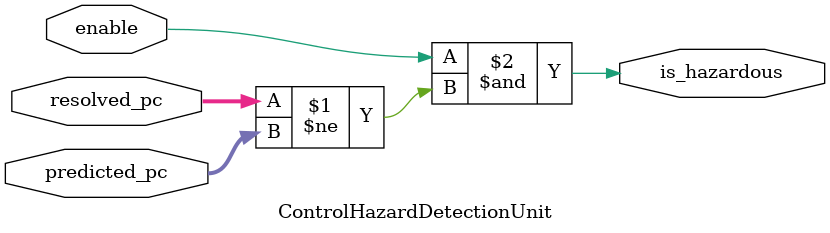
<source format=v>
module ControlHazardDetectionUnit (
    input enable,
    input [31:0] resolved_pc,
    input [31:0] predicted_pc,

    output is_hazardous
);
  assign is_hazardous = enable & (resolved_pc != predicted_pc);
endmodule

</source>
